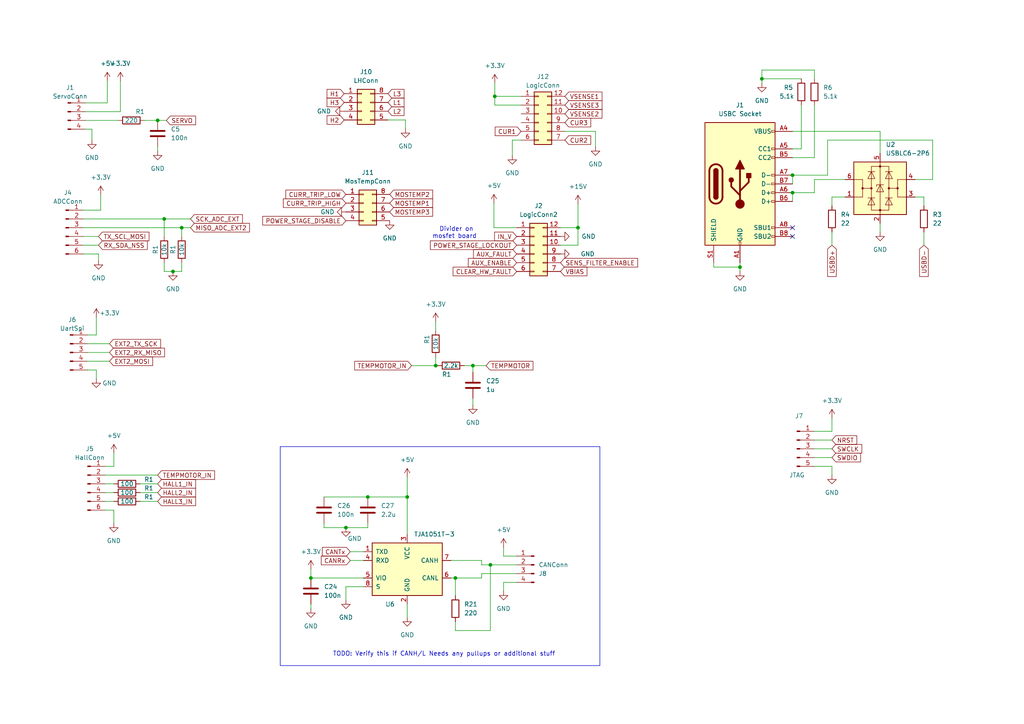
<source format=kicad_sch>
(kicad_sch (version 20230121) (generator eeschema)
  (paper "A4")
  (lib_symbols
    (symbol "Connector:Conn_01x04_Pin" (pin_names (offset 1.016) hide)
      (property "Reference" "J" (at 0 5.08 0))
      (property "Value" "Conn_01x04_Pin" (at 0 -7.62 0))
      (symbol "Conn_01x04_Pin_1_1"
        (polyline (pts (xy 1.27 -5.08) (xy 0.8636 -5.08)) (stroke (width 0.1524)))
        (polyline (pts (xy 1.27 -2.54) (xy 0.8636 -2.54)) (stroke (width 0.1524)))
        (polyline (pts (xy 1.27 0) (xy 0.8636 0)) (stroke (width 0.1524)))
        (polyline (pts (xy 1.27 2.54) (xy 0.8636 2.54)) (stroke (width 0.1524)))
        (rectangle (start 0.8636 -4.953) (end 0 -5.207) (stroke (width 0.1524)) (fill (type outline)))
        (rectangle (start 0.8636 -2.413) (end 0 -2.667) (stroke (width 0.1524)) (fill (type outline)))
        (rectangle (start 0.8636 0.127) (end 0 -0.127) (stroke (width 0.1524)) (fill (type outline)))
        (rectangle (start 0.8636 2.667) (end 0 2.413) (stroke (width 0.1524)) (fill (type outline)))
        (pin passive line (at 5.08 2.54 180) (length 3.81) (name "Pin_1") (number "1"))
        (pin passive line (at 5.08 0 180) (length 3.81) (name "Pin_2") (number "2"))
        (pin passive line (at 5.08 -2.54 180) (length 3.81) (name "Pin_3") (number "3"))
        (pin passive line (at 5.08 -5.08 180) (length 3.81) (name "Pin_4") (number "4"))
      )
    )
    (symbol "Connector:Conn_01x05_Pin" (pin_names (offset 1.016) hide)
      (property "Reference" "J" (at 0 7.62 0))
      (property "Value" "Conn_01x05_Pin" (at 0 -7.62 0))
      (symbol "Conn_01x05_Pin_1_1"
        (polyline (pts (xy 1.27 -5.08) (xy 0.8636 -5.08)) (stroke (width 0.1524)))
        (polyline (pts (xy 1.27 -2.54) (xy 0.8636 -2.54)) (stroke (width 0.1524)))
        (polyline (pts (xy 1.27 0) (xy 0.8636 0)) (stroke (width 0.1524)))
        (polyline (pts (xy 1.27 2.54) (xy 0.8636 2.54)) (stroke (width 0.1524)))
        (polyline (pts (xy 1.27 5.08) (xy 0.8636 5.08)) (stroke (width 0.1524)))
        (rectangle (start 0.8636 -4.953) (end 0 -5.207) (stroke (width 0.1524)) (fill (type outline)))
        (rectangle (start 0.8636 -2.413) (end 0 -2.667) (stroke (width 0.1524)) (fill (type outline)))
        (rectangle (start 0.8636 0.127) (end 0 -0.127) (stroke (width 0.1524)) (fill (type outline)))
        (rectangle (start 0.8636 2.667) (end 0 2.413) (stroke (width 0.1524)) (fill (type outline)))
        (rectangle (start 0.8636 5.207) (end 0 4.953) (stroke (width 0.1524)) (fill (type outline)))
        (pin passive line (at 5.08 5.08 180) (length 3.81) (name "Pin_1") (number "1"))
        (pin passive line (at 5.08 2.54 180) (length 3.81) (name "Pin_2") (number "2"))
        (pin passive line (at 5.08 0 180) (length 3.81) (name "Pin_3") (number "3"))
        (pin passive line (at 5.08 -2.54 180) (length 3.81) (name "Pin_4") (number "4"))
        (pin passive line (at 5.08 -5.08 180) (length 3.81) (name "Pin_5") (number "5"))
      )
    )
    (symbol "Connector:Conn_01x06_Pin" (pin_names (offset 1.016) hide)
      (property "Reference" "J" (at 0 7.62 0))
      (property "Value" "Conn_01x06_Pin" (at 0 -10.16 0))
      (symbol "Conn_01x06_Pin_1_1"
        (polyline (pts (xy 1.27 -7.62) (xy 0.8636 -7.62)) (stroke (width 0.1524)))
        (polyline (pts (xy 1.27 -5.08) (xy 0.8636 -5.08)) (stroke (width 0.1524)))
        (polyline (pts (xy 1.27 -2.54) (xy 0.8636 -2.54)) (stroke (width 0.1524)))
        (polyline (pts (xy 1.27 0) (xy 0.8636 0)) (stroke (width 0.1524)))
        (polyline (pts (xy 1.27 2.54) (xy 0.8636 2.54)) (stroke (width 0.1524)))
        (polyline (pts (xy 1.27 5.08) (xy 0.8636 5.08)) (stroke (width 0.1524)))
        (rectangle (start 0.8636 -7.493) (end 0 -7.747) (stroke (width 0.1524)) (fill (type outline)))
        (rectangle (start 0.8636 -4.953) (end 0 -5.207) (stroke (width 0.1524)) (fill (type outline)))
        (rectangle (start 0.8636 -2.413) (end 0 -2.667) (stroke (width 0.1524)) (fill (type outline)))
        (rectangle (start 0.8636 0.127) (end 0 -0.127) (stroke (width 0.1524)) (fill (type outline)))
        (rectangle (start 0.8636 2.667) (end 0 2.413) (stroke (width 0.1524)) (fill (type outline)))
        (rectangle (start 0.8636 5.207) (end 0 4.953) (stroke (width 0.1524)) (fill (type outline)))
        (pin passive line (at 5.08 5.08 180) (length 3.81) (name "Pin_1") (number "1"))
        (pin passive line (at 5.08 2.54 180) (length 3.81) (name "Pin_2") (number "2"))
        (pin passive line (at 5.08 0 180) (length 3.81) (name "Pin_3") (number "3"))
        (pin passive line (at 5.08 -2.54 180) (length 3.81) (name "Pin_4") (number "4"))
        (pin passive line (at 5.08 -5.08 180) (length 3.81) (name "Pin_5") (number "5"))
        (pin passive line (at 5.08 -7.62 180) (length 3.81) (name "Pin_6") (number "6"))
      )
    )
    (symbol "Connector:USB_C_Receptacle_USB2.0" (pin_names (offset 1.016))
      (property "Reference" "J" (at -10.16 19.05 0))
      (property "Value" "USB_C_Receptacle_USB2.0" (at 19.05 19.05 0))
      (symbol "USB_C_Receptacle_USB2.0_0_0"
        (rectangle (start -0.254 -17.78) (end 0.254 -16.764))
        (rectangle (start 10.16 -14.986) (end 9.144 -15.494))
        (rectangle (start 10.16 -12.446) (end 9.144 -12.954))
        (rectangle (start 10.16 -4.826) (end 9.144 -5.334))
        (rectangle (start 10.16 -2.286) (end 9.144 -2.794))
        (rectangle (start 10.16 0.254) (end 9.144 -0.254))
        (rectangle (start 10.16 2.794) (end 9.144 2.286))
        (rectangle (start 10.16 7.874) (end 9.144 7.366))
        (rectangle (start 10.16 10.414) (end 9.144 9.906))
        (rectangle (start 10.16 15.494) (end 9.144 14.986))
      )
      (symbol "USB_C_Receptacle_USB2.0_0_1"
        (rectangle (start -10.16 17.78) (end 10.16 -17.78) (stroke (width 0.254)) (fill (type background)))
        (arc (start -8.89 -3.81) (mid -6.985 -5.7067) (end -5.08 -3.81) (stroke (width 0.508)))
        (arc (start -7.62 -3.81) (mid -6.985 -4.4423) (end -6.35 -3.81) (stroke (width 0.254)))
        (arc (start -7.62 -3.81) (mid -6.985 -4.4423) (end -6.35 -3.81) (stroke (width 0.254)) (fill (type outline)))
        (rectangle (start -7.62 -3.81) (end -6.35 3.81) (stroke (width 0.254)) (fill (type outline)))
        (arc (start -6.35 3.81) (mid -6.985 4.4423) (end -7.62 3.81) (stroke (width 0.254)))
        (arc (start -6.35 3.81) (mid -6.985 4.4423) (end -7.62 3.81) (stroke (width 0.254)) (fill (type outline)))
        (arc (start -5.08 3.81) (mid -6.985 5.7067) (end -8.89 3.81) (stroke (width 0.508)))
        (circle (center -2.54 1.143) (radius 0.635) (stroke (width 0.254)) (fill (type outline)))
        (circle (center 0 -5.842) (radius 1.27) (fill (type outline)))
        (polyline (pts (xy -8.89 -3.81) (xy -8.89 3.81)) (stroke (width 0.508)))
        (polyline (pts (xy -5.08 3.81) (xy -5.08 -3.81)) (stroke (width 0.508)))
        (polyline (pts (xy 0 -5.842) (xy 0 4.318)) (stroke (width 0.508)))
        (polyline (pts (xy 0 -3.302) (xy -2.54 -0.762) (xy -2.54 0.508)) (stroke (width 0.508)))
        (polyline (pts (xy 0 -2.032) (xy 2.54 0.508) (xy 2.54 1.778)) (stroke (width 0.508)))
        (polyline (pts (xy -1.27 4.318) (xy 0 6.858) (xy 1.27 4.318) (xy -1.27 4.318)) (stroke (width 0.254)) (fill (type outline)))
        (rectangle (start 1.905 1.778) (end 3.175 3.048) (stroke (width 0.254)) (fill (type outline)))
      )
      (symbol "USB_C_Receptacle_USB2.0_1_1"
        (pin passive line (at 0 -22.86 90) (length 5.08) (name "GND") (number "A1"))
        (pin passive line (at 0 -22.86 90) (length 5.08) hide (name "GND") (number "A12"))
        (pin passive line (at 15.24 15.24 180) (length 5.08) (name "VBUS") (number "A4"))
        (pin bidirectional line (at 15.24 10.16 180) (length 5.08) (name "CC1") (number "A5"))
        (pin bidirectional line (at 15.24 -2.54 180) (length 5.08) (name "D+") (number "A6"))
        (pin bidirectional line (at 15.24 2.54 180) (length 5.08) (name "D-") (number "A7"))
        (pin bidirectional line (at 15.24 -12.7 180) (length 5.08) (name "SBU1") (number "A8"))
        (pin passive line (at 15.24 15.24 180) (length 5.08) hide (name "VBUS") (number "A9"))
        (pin passive line (at 0 -22.86 90) (length 5.08) hide (name "GND") (number "B1"))
        (pin passive line (at 0 -22.86 90) (length 5.08) hide (name "GND") (number "B12"))
        (pin passive line (at 15.24 15.24 180) (length 5.08) hide (name "VBUS") (number "B4"))
        (pin bidirectional line (at 15.24 7.62 180) (length 5.08) (name "CC2") (number "B5"))
        (pin bidirectional line (at 15.24 -5.08 180) (length 5.08) (name "D+") (number "B6"))
        (pin bidirectional line (at 15.24 0 180) (length 5.08) (name "D-") (number "B7"))
        (pin bidirectional line (at 15.24 -15.24 180) (length 5.08) (name "SBU2") (number "B8"))
        (pin passive line (at 15.24 15.24 180) (length 5.08) hide (name "VBUS") (number "B9"))
        (pin passive line (at -7.62 -22.86 90) (length 5.08) (name "SHIELD") (number "S1"))
      )
    )
    (symbol "Connector_Generic:Conn_02x04_Counter_Clockwise" (pin_names (offset 1.016) hide)
      (property "Reference" "J" (at 1.27 5.08 0))
      (property "Value" "Conn_02x04_Counter_Clockwise" (at 1.27 -7.62 0))
      (symbol "Conn_02x04_Counter_Clockwise_1_1"
        (rectangle (start -1.27 -4.953) (end 0 -5.207) (stroke (width 0.1524)))
        (rectangle (start -1.27 -2.413) (end 0 -2.667) (stroke (width 0.1524)))
        (rectangle (start -1.27 0.127) (end 0 -0.127) (stroke (width 0.1524)))
        (rectangle (start -1.27 2.667) (end 0 2.413) (stroke (width 0.1524)))
        (rectangle (start -1.27 3.81) (end 3.81 -6.35) (stroke (width 0.254)) (fill (type background)))
        (rectangle (start 3.81 -4.953) (end 2.54 -5.207) (stroke (width 0.1524)))
        (rectangle (start 3.81 -2.413) (end 2.54 -2.667) (stroke (width 0.1524)))
        (rectangle (start 3.81 0.127) (end 2.54 -0.127) (stroke (width 0.1524)))
        (rectangle (start 3.81 2.667) (end 2.54 2.413) (stroke (width 0.1524)))
        (pin passive line (at -5.08 2.54 0) (length 3.81) (name "Pin_1") (number "1"))
        (pin passive line (at -5.08 0 0) (length 3.81) (name "Pin_2") (number "2"))
        (pin passive line (at -5.08 -2.54 0) (length 3.81) (name "Pin_3") (number "3"))
        (pin passive line (at -5.08 -5.08 0) (length 3.81) (name "Pin_4") (number "4"))
        (pin passive line (at 7.62 -5.08 180) (length 3.81) (name "Pin_5") (number "5"))
        (pin passive line (at 7.62 -2.54 180) (length 3.81) (name "Pin_6") (number "6"))
        (pin passive line (at 7.62 0 180) (length 3.81) (name "Pin_7") (number "7"))
        (pin passive line (at 7.62 2.54 180) (length 3.81) (name "Pin_8") (number "8"))
      )
    )
    (symbol "Connector_Generic:Conn_02x06_Counter_Clockwise" (pin_names (offset 1.016) hide)
      (property "Reference" "J" (at 1.27 7.62 0))
      (property "Value" "Conn_02x06_Counter_Clockwise" (at 1.27 -10.16 0))
      (symbol "Conn_02x06_Counter_Clockwise_1_1"
        (rectangle (start -1.27 -7.493) (end 0 -7.747) (stroke (width 0.1524)))
        (rectangle (start -1.27 -4.953) (end 0 -5.207) (stroke (width 0.1524)))
        (rectangle (start -1.27 -2.413) (end 0 -2.667) (stroke (width 0.1524)))
        (rectangle (start -1.27 0.127) (end 0 -0.127) (stroke (width 0.1524)))
        (rectangle (start -1.27 2.667) (end 0 2.413) (stroke (width 0.1524)))
        (rectangle (start -1.27 5.207) (end 0 4.953) (stroke (width 0.1524)))
        (rectangle (start -1.27 6.35) (end 3.81 -8.89) (stroke (width 0.254)) (fill (type background)))
        (rectangle (start 3.81 -7.493) (end 2.54 -7.747) (stroke (width 0.1524)))
        (rectangle (start 3.81 -4.953) (end 2.54 -5.207) (stroke (width 0.1524)))
        (rectangle (start 3.81 -2.413) (end 2.54 -2.667) (stroke (width 0.1524)))
        (rectangle (start 3.81 0.127) (end 2.54 -0.127) (stroke (width 0.1524)))
        (rectangle (start 3.81 2.667) (end 2.54 2.413) (stroke (width 0.1524)))
        (rectangle (start 3.81 5.207) (end 2.54 4.953) (stroke (width 0.1524)))
        (pin passive line (at -5.08 5.08 0) (length 3.81) (name "Pin_1") (number "1"))
        (pin passive line (at 7.62 0 180) (length 3.81) (name "Pin_10") (number "10"))
        (pin passive line (at 7.62 2.54 180) (length 3.81) (name "Pin_11") (number "11"))
        (pin passive line (at 7.62 5.08 180) (length 3.81) (name "Pin_12") (number "12"))
        (pin passive line (at -5.08 2.54 0) (length 3.81) (name "Pin_2") (number "2"))
        (pin passive line (at -5.08 0 0) (length 3.81) (name "Pin_3") (number "3"))
        (pin passive line (at -5.08 -2.54 0) (length 3.81) (name "Pin_4") (number "4"))
        (pin passive line (at -5.08 -5.08 0) (length 3.81) (name "Pin_5") (number "5"))
        (pin passive line (at -5.08 -7.62 0) (length 3.81) (name "Pin_6") (number "6"))
        (pin passive line (at 7.62 -7.62 180) (length 3.81) (name "Pin_7") (number "7"))
        (pin passive line (at 7.62 -5.08 180) (length 3.81) (name "Pin_8") (number "8"))
        (pin passive line (at 7.62 -2.54 180) (length 3.81) (name "Pin_9") (number "9"))
      )
    )
    (symbol "Device:C" (pin_numbers hide) (pin_names (offset 0.254))
      (property "Reference" "C" (at 0.635 2.54 0))
      (property "Value" "C" (at 0.635 -2.54 0))
      (symbol "C_0_1"
        (polyline (pts (xy -2.032 -0.762) (xy 2.032 -0.762)) (stroke (width 0.508)))
        (polyline (pts (xy -2.032 0.762) (xy 2.032 0.762)) (stroke (width 0.508)))
      )
      (symbol "C_1_1"
        (pin passive line (at 0 3.81 270) (length 2.794) (name "~") (number "1"))
        (pin passive line (at 0 -3.81 90) (length 2.794) (name "~") (number "2"))
      )
    )
    (symbol "Device:R" (pin_numbers hide) (pin_names (offset 0))
      (property "Reference" "R" (at 2.032 0 90))
      (property "Value" "R" (at 0 0 90))
      (symbol "R_0_1"
        (rectangle (start -1.016 -2.54) (end 1.016 2.54) (stroke (width 0.254)))
      )
      (symbol "R_1_1"
        (pin passive line (at 0 3.81 270) (length 1.27) (name "~") (number "1"))
        (pin passive line (at 0 -3.81 90) (length 1.27) (name "~") (number "2"))
      )
    )
    (symbol "Interface_CAN_LIN:TJA1051T-3" (pin_names (offset 1.016))
      (property "Reference" "U" (at -10.16 8.89 0))
      (property "Value" "TJA1051T-3" (at 1.27 8.89 0))
      (symbol "TJA1051T-3_0_1"
        (rectangle (start -10.16 7.62) (end 10.16 -7.62) (stroke (width 0.254)) (fill (type background)))
      )
      (symbol "TJA1051T-3_1_1"
        (pin input line (at -12.7 5.08 0) (length 2.54) (name "TXD") (number "1"))
        (pin power_in line (at 0 -10.16 90) (length 2.54) (name "GND") (number "2"))
        (pin power_in line (at 0 10.16 270) (length 2.54) (name "VCC") (number "3"))
        (pin output line (at -12.7 2.54 0) (length 2.54) (name "RXD") (number "4"))
        (pin power_in line (at -12.7 -2.54 0) (length 2.54) (name "VIO") (number "5"))
        (pin bidirectional line (at 12.7 -2.54 180) (length 2.54) (name "CANL") (number "6"))
        (pin bidirectional line (at 12.7 2.54 180) (length 2.54) (name "CANH") (number "7"))
        (pin input line (at -12.7 -5.08 0) (length 2.54) (name "S") (number "8"))
      )
    )
    (symbol "Power_Protection:USBLC6-2P6" (pin_names hide)
      (property "Reference" "U" (at 2.54 8.89 0))
      (property "Value" "USBLC6-2P6" (at 2.54 -8.89 0))
      (symbol "USBLC6-2P6_0_1"
        (rectangle (start -7.62 -7.62) (end 7.62 7.62) (stroke (width 0.254)) (fill (type background)))
        (circle (center -5.08 0) (radius 0.254) (fill (type outline)))
        (circle (center -2.54 0) (radius 0.254) (fill (type outline)))
        (rectangle (start -2.54 6.35) (end 2.54 -6.35))
        (circle (center 0 -6.35) (radius 0.254) (fill (type outline)))
        (polyline (pts (xy -5.08 -2.54) (xy -7.62 -2.54)))
        (polyline (pts (xy -5.08 0) (xy -5.08 -2.54)))
        (polyline (pts (xy -5.08 2.54) (xy -7.62 2.54)))
        (polyline (pts (xy -1.524 -2.794) (xy -3.556 -2.794)))
        (polyline (pts (xy -1.524 4.826) (xy -3.556 4.826)))
        (polyline (pts (xy 0 -7.62) (xy 0 -6.35)))
        (polyline (pts (xy 0 -6.35) (xy 0 1.27)))
        (polyline (pts (xy 0 1.27) (xy 0 6.35)))
        (polyline (pts (xy 0 6.35) (xy 0 7.62)))
        (polyline (pts (xy 1.524 -2.794) (xy 3.556 -2.794)))
        (polyline (pts (xy 1.524 4.826) (xy 3.556 4.826)))
        (polyline (pts (xy 5.08 -2.54) (xy 7.62 -2.54)))
        (polyline (pts (xy 5.08 0) (xy 5.08 -2.54)))
        (polyline (pts (xy 5.08 2.54) (xy 7.62 2.54)))
        (polyline (pts (xy -2.54 0) (xy -5.08 0) (xy -5.08 2.54)))
        (polyline (pts (xy 2.54 0) (xy 5.08 0) (xy 5.08 2.54)))
        (polyline (pts (xy -3.556 -4.826) (xy -1.524 -4.826) (xy -2.54 -2.794) (xy -3.556 -4.826)))
        (polyline (pts (xy -3.556 2.794) (xy -1.524 2.794) (xy -2.54 4.826) (xy -3.556 2.794)))
        (polyline (pts (xy -1.016 -1.016) (xy 1.016 -1.016) (xy 0 1.016) (xy -1.016 -1.016)))
        (polyline (pts (xy 1.016 1.016) (xy 0.762 1.016) (xy -1.016 1.016) (xy -1.016 0.508)))
        (polyline (pts (xy 3.556 -4.826) (xy 1.524 -4.826) (xy 2.54 -2.794) (xy 3.556 -4.826)))
        (polyline (pts (xy 3.556 2.794) (xy 1.524 2.794) (xy 2.54 4.826) (xy 3.556 2.794)))
        (circle (center 0 6.35) (radius 0.254) (fill (type outline)))
        (circle (center 2.54 0) (radius 0.254) (fill (type outline)))
        (circle (center 5.08 0) (radius 0.254) (fill (type outline)))
      )
      (symbol "USBLC6-2P6_1_1"
        (pin passive line (at -10.16 -2.54 0) (length 2.54) (name "I/O1") (number "1"))
        (pin passive line (at 0 -10.16 90) (length 2.54) (name "GND") (number "2"))
        (pin passive line (at 10.16 -2.54 180) (length 2.54) (name "I/O2") (number "3"))
        (pin passive line (at 10.16 2.54 180) (length 2.54) (name "I/O2") (number "4"))
        (pin passive line (at 0 10.16 270) (length 2.54) (name "VBUS") (number "5"))
        (pin passive line (at -10.16 2.54 0) (length 2.54) (name "I/O1") (number "6"))
      )
    )
    (symbol "power:+15V" (power) (pin_names (offset 0))
      (property "Value" "+15V" (at 0 3.556 0))
      (symbol "+15V_0_1"
        (polyline (pts (xy -0.762 1.27) (xy 0 2.54)))
        (polyline (pts (xy 0 0) (xy 0 2.54)))
        (polyline (pts (xy 0 2.54) (xy 0.762 1.27)))
      )
      (symbol "+15V_1_1"
        (pin power_in line (at 0 0 90) (length 0) hide (name "+15V") (number "1"))
      )
    )
    (symbol "power:+3.3V" (power) (pin_names (offset 0))
      (property "Value" "+3.3V" (at 0 3.556 0))
      (symbol "+3.3V_0_1"
        (polyline (pts (xy -0.762 1.27) (xy 0 2.54)))
        (polyline (pts (xy 0 0) (xy 0 2.54)))
        (polyline (pts (xy 0 2.54) (xy 0.762 1.27)))
      )
      (symbol "+3.3V_1_1"
        (pin power_in line (at 0 0 90) (length 0) hide (name "+3.3V") (number "1"))
      )
    )
    (symbol "power:+5V" (power) (pin_names (offset 0))
      (property "Value" "+5V" (at 0 3.556 0))
      (symbol "+5V_0_1"
        (polyline (pts (xy -0.762 1.27) (xy 0 2.54)))
        (polyline (pts (xy 0 0) (xy 0 2.54)))
        (polyline (pts (xy 0 2.54) (xy 0.762 1.27)))
      )
      (symbol "+5V_1_1"
        (pin power_in line (at 0 0 90) (length 0) hide (name "+5V") (number "1"))
      )
    )
    (symbol "power:GND" (power) (pin_names (offset 0))
      (property "Value" "GND" (at 0 -3.81 0))
      (symbol "GND_0_1"
        (polyline (pts (xy 0 0) (xy 0 -1.27) (xy 1.27 -1.27) (xy 0 -2.54) (xy -1.27 -1.27) (xy 0 -1.27)))
      )
      (symbol "GND_1_1"
        (pin power_in line (at 0 0 270) (length 0) hide (name "GND") (number "1"))
      )
    )
  )
  (junction (at 90.17 167.64))
  (junction (at 143.51 27.94))
  (junction (at 229.87 50.8))
  (junction (at 100.33 153.035))
  (junction (at 137.16 106.045))
  (junction (at 118.11 144.145))
  (junction (at 126.365 106.045))
  (junction (at 132.08 167.64))
  (junction (at 106.68 144.145))
  (junction (at 167.64 66.04))
  (junction (at 50.165 78.74))
  (junction (at 142.24 163.83))
  (junction (at 214.63 77.47))
  (junction (at 220.98 22.86))
  (junction (at 45.72 34.925))
  (junction (at 52.705 66.04))
  (junction (at 47.625 63.5))
  (junction (at 229.87 55.88))
  (no_connect (at 229.87 68.58))
  (no_connect (at 229.87 66.04))
  (wire (pts (xy 45.72 34.925) (xy 48.26 34.925)))
  (wire (pts (xy 33.02 147.955) (xy 30.48 147.955)))
  (wire (pts (xy 214.63 77.47) (xy 214.63 78.74)))
  (wire (pts (xy 236.22 52.07) (xy 236.22 55.88)))
  (wire (pts (xy 90.17 165.1) (xy 90.17 167.64)))
  (wire (pts (xy 27.94 97.155) (xy 27.94 92.075)))
  (wire (pts (xy 117.602 37.338) (xy 117.602 34.798)))
  (wire (pts (xy 132.08 167.64) (xy 139.7 167.64)))
  (wire (pts (xy 47.625 78.74) (xy 50.165 78.74)))
  (wire (pts (xy 25.4 104.775) (xy 31.75 104.775)))
  (wire (pts (xy 270.51 52.07) (xy 270.51 40.64)))
  (wire (pts (xy 40.64 142.875) (xy 45.72 142.875)))
  (wire (pts (xy 172.72 42.545) (xy 172.72 38.1)))
  (wire (pts (xy 139.7 166.37) (xy 149.86 166.37)))
  (wire (pts (xy 240.03 40.64) (xy 240.03 50.8)))
  (wire (pts (xy 236.22 130.175) (xy 241.3 130.175)))
  (wire (pts (xy 142.24 182.88) (xy 142.24 163.83)))
  (wire (pts (xy 126.365 106.045) (xy 127 106.045)))
  (wire (pts (xy 162.56 66.04) (xy 167.64 66.04)))
  (wire (pts (xy 143.51 30.48) (xy 143.51 27.94)))
  (wire (pts (xy 132.08 182.88) (xy 142.24 182.88)))
  (wire (pts (xy 40.64 140.335) (xy 45.72 140.335)))
  (wire (pts (xy 236.22 20.32) (xy 220.98 20.32)))
  (wire (pts (xy 118.11 175.26) (xy 118.11 179.07)))
  (wire (pts (xy 25.4 99.695) (xy 31.75 99.695)))
  (wire (pts (xy 236.22 127.635) (xy 241.3 127.635)))
  (wire (pts (xy 255.27 38.1) (xy 229.87 38.1)))
  (wire (pts (xy 143.256 58.928) (xy 143.256 66.04)))
  (wire (pts (xy 52.705 66.04) (xy 52.705 68.58)))
  (wire (pts (xy 236.22 132.715) (xy 241.3 132.715)))
  (wire (pts (xy 28.575 75.565) (xy 28.575 73.66)))
  (wire (pts (xy 112.522 34.798) (xy 117.602 34.798)))
  (wire (pts (xy 241.3 57.15) (xy 241.3 59.69)))
  (wire (pts (xy 93.98 144.145) (xy 106.68 144.145)))
  (wire (pts (xy 236.22 22.86) (xy 236.22 20.32)))
  (wire (pts (xy 229.87 45.72) (xy 236.22 45.72)))
  (wire (pts (xy 130.81 167.64) (xy 132.08 167.64)))
  (wire (pts (xy 163.83 38.1) (xy 172.72 38.1)))
  (wire (pts (xy 143.51 30.48) (xy 151.13 30.48)))
  (wire (pts (xy 148.59 40.64) (xy 151.13 40.64)))
  (wire (pts (xy 33.02 135.255) (xy 33.02 131.445)))
  (wire (pts (xy 40.64 145.415) (xy 45.72 145.415)))
  (wire (pts (xy 24.765 32.385) (xy 34.925 32.385)))
  (wire (pts (xy 265.43 52.07) (xy 270.51 52.07)))
  (wire (pts (xy 30.48 140.335) (xy 33.02 140.335)))
  (wire (pts (xy 26.67 40.64) (xy 26.67 37.465)))
  (wire (pts (xy 229.87 43.18) (xy 232.41 43.18)))
  (wire (pts (xy 24.13 68.58) (xy 28.575 68.58)))
  (wire (pts (xy 47.625 63.5) (xy 47.625 68.58)))
  (wire (pts (xy 139.7 163.83) (xy 142.24 163.83)))
  (wire (pts (xy 132.08 167.64) (xy 132.08 172.72)))
  (wire (pts (xy 30.48 137.795) (xy 45.72 137.795)))
  (wire (pts (xy 30.48 145.415) (xy 33.02 145.415)))
  (wire (pts (xy 162.56 71.12) (xy 167.64 71.12)))
  (wire (pts (xy 47.625 63.5) (xy 55.245 63.5)))
  (wire (pts (xy 93.98 153.035) (xy 100.33 153.035)))
  (wire (pts (xy 220.98 20.32) (xy 220.98 22.86)))
  (wire (pts (xy 137.16 115.57) (xy 137.16 117.475)))
  (wire (pts (xy 24.13 71.12) (xy 28.575 71.12)))
  (wire (pts (xy 267.97 67.31) (xy 267.97 71.12)))
  (wire (pts (xy 118.11 138.43) (xy 118.11 144.145)))
  (wire (pts (xy 29.21 56.515) (xy 29.21 60.96)))
  (wire (pts (xy 24.13 63.5) (xy 47.625 63.5)))
  (wire (pts (xy 241.3 125.095) (xy 241.3 121.285)))
  (wire (pts (xy 31.115 29.845) (xy 31.115 23.495)))
  (wire (pts (xy 241.3 67.31) (xy 241.3 71.12)))
  (wire (pts (xy 27.94 107.315) (xy 25.4 107.315)))
  (wire (pts (xy 229.87 55.88) (xy 229.87 58.42)))
  (wire (pts (xy 126.365 103.505) (xy 126.365 106.045)))
  (wire (pts (xy 236.22 45.72) (xy 236.22 30.48)))
  (wire (pts (xy 25.4 102.235) (xy 31.75 102.235)))
  (wire (pts (xy 236.22 125.095) (xy 241.3 125.095)))
  (wire (pts (xy 30.48 135.255) (xy 33.02 135.255)))
  (wire (pts (xy 134.62 106.045) (xy 137.16 106.045)))
  (wire (pts (xy 167.64 66.04) (xy 167.64 59.182)))
  (wire (pts (xy 149.86 161.29) (xy 146.05 161.29)))
  (wire (pts (xy 255.27 44.45) (xy 255.27 38.1)))
  (wire (pts (xy 101.6 162.56) (xy 105.41 162.56)))
  (wire (pts (xy 106.68 153.035) (xy 100.33 153.035)))
  (wire (pts (xy 93.98 151.765) (xy 93.98 153.035)))
  (wire (pts (xy 149.86 168.91) (xy 146.05 168.91)))
  (wire (pts (xy 267.97 57.15) (xy 267.97 59.69)))
  (wire (pts (xy 106.68 151.765) (xy 106.68 153.035)))
  (wire (pts (xy 229.87 50.8) (xy 229.87 53.34)))
  (wire (pts (xy 241.3 137.795) (xy 241.3 135.255)))
  (wire (pts (xy 137.16 106.045) (xy 140.97 106.045)))
  (wire (pts (xy 130.81 162.56) (xy 139.7 162.56)))
  (wire (pts (xy 90.17 175.26) (xy 90.17 176.53)))
  (wire (pts (xy 207.01 77.47) (xy 214.63 77.47)))
  (wire (pts (xy 139.7 162.56) (xy 139.7 163.83)))
  (wire (pts (xy 26.67 37.465) (xy 24.765 37.465)))
  (wire (pts (xy 240.03 50.8) (xy 229.87 50.8)))
  (wire (pts (xy 24.13 60.96) (xy 29.21 60.96)))
  (wire (pts (xy 33.02 151.765) (xy 33.02 147.955)))
  (wire (pts (xy 270.51 40.64) (xy 240.03 40.64)))
  (wire (pts (xy 101.6 160.02) (xy 105.41 160.02)))
  (wire (pts (xy 105.41 170.18) (xy 100.33 170.18)))
  (wire (pts (xy 34.925 23.495) (xy 34.925 32.385)))
  (wire (pts (xy 24.765 29.845) (xy 31.115 29.845)))
  (wire (pts (xy 52.705 76.2) (xy 52.705 78.74)))
  (wire (pts (xy 45.72 42.545) (xy 45.72 43.815)))
  (wire (pts (xy 146.05 161.29) (xy 146.05 158.75)))
  (wire (pts (xy 267.97 57.15) (xy 265.43 57.15)))
  (wire (pts (xy 143.51 27.94) (xy 151.13 27.94)))
  (wire (pts (xy 24.765 34.925) (xy 34.29 34.925)))
  (wire (pts (xy 132.08 180.34) (xy 132.08 182.88)))
  (wire (pts (xy 139.7 167.64) (xy 139.7 166.37)))
  (wire (pts (xy 232.41 22.86) (xy 220.98 22.86)))
  (wire (pts (xy 167.64 66.04) (xy 167.64 71.12)))
  (wire (pts (xy 245.11 52.07) (xy 236.22 52.07)))
  (wire (pts (xy 47.625 76.2) (xy 47.625 78.74)))
  (wire (pts (xy 118.11 144.145) (xy 118.11 154.94)))
  (wire (pts (xy 241.3 135.255) (xy 236.22 135.255)))
  (wire (pts (xy 28.575 73.66) (xy 24.13 73.66)))
  (wire (pts (xy 232.41 43.18) (xy 232.41 30.48)))
  (wire (pts (xy 143.256 66.04) (xy 149.86 66.04)))
  (wire (pts (xy 143.51 24.13) (xy 143.51 27.94)))
  (wire (pts (xy 148.59 45.085) (xy 148.59 40.64)))
  (wire (pts (xy 25.4 97.155) (xy 27.94 97.155)))
  (wire (pts (xy 207.01 76.2) (xy 207.01 77.47)))
  (wire (pts (xy 245.11 57.15) (xy 241.3 57.15)))
  (wire (pts (xy 52.705 78.74) (xy 50.165 78.74)))
  (wire (pts (xy 106.68 144.145) (xy 118.11 144.145)))
  (wire (pts (xy 137.16 106.045) (xy 137.16 107.95)))
  (wire (pts (xy 142.24 163.83) (xy 149.86 163.83)))
  (wire (pts (xy 126.365 93.345) (xy 126.365 95.885)))
  (wire (pts (xy 30.48 142.875) (xy 33.02 142.875)))
  (wire (pts (xy 236.22 55.88) (xy 229.87 55.88)))
  (wire (pts (xy 255.27 64.77) (xy 255.27 67.31)))
  (wire (pts (xy 119.38 106.045) (xy 126.365 106.045)))
  (wire (pts (xy 220.98 22.86) (xy 220.98 24.13)))
  (wire (pts (xy 41.91 34.925) (xy 45.72 34.925)))
  (wire (pts (xy 100.33 170.18) (xy 100.33 173.99)))
  (wire (pts (xy 24.13 66.04) (xy 52.705 66.04)))
  (wire (pts (xy 146.05 168.91) (xy 146.05 171.45)))
  (wire (pts (xy 27.94 109.855) (xy 27.94 107.315)))
  (wire (pts (xy 90.17 167.64) (xy 105.41 167.64)))
  (wire (pts (xy 214.63 76.2) (xy 214.63 77.47)))
  (wire (pts (xy 52.705 66.04) (xy 55.245 66.04)))
  (rectangle (start 81.28 129.54) (end 173.99 193.04))
  (text "TODO: Verify this if CANH/L Needs any pullups or additional stuff" (at 96.52 190.5 0) (effects (font (size 1.27 1.27)) (justify left bottom)))
  (text "Divider on \nmosfet board" (at 138.303 69.342 0) (effects (font (size 1.27 1.27)) (justify right bottom)))
  (global_label "H2" (shape input) (at 99.822 34.798 180) (property "Intersheetrefs" "${INTERSHEET_REFS}" (effects hide)))
  (global_label "L2" (shape input) (at 112.522 32.258 0) (property "Intersheetrefs" "${INTERSHEET_REFS}" (effects hide)))
  (global_label "H3" (shape input) (at 99.822 29.718 180) (property "Intersheetrefs" "${INTERSHEET_REFS}" (effects hide)))
  (global_label "TEMPMOTOR_IN" (shape input) (at 45.72 137.795 0) (property "Intersheetrefs" "${INTERSHEET_REFS}" (effects hide)))
  (global_label "SENS_FILTER_ENABLE" (shape input) (at 162.56 76.2 0) (property "Intersheetrefs" "${INTERSHEET_REFS}" (effects hide)))
  (global_label "MISO_ADC_EXT2" (shape input) (at 55.245 66.04 0) (property "Intersheetrefs" "${INTERSHEET_REFS}" (effects hide)))
  (global_label "EXT2_MOSI" (shape input) (at 31.75 104.775 0) (property "Intersheetrefs" "${INTERSHEET_REFS}" (effects hide)))
  (global_label "CURR_TRIP_HIGH" (shape input) (at 100.33 58.928 180) (property "Intersheetrefs" "${INTERSHEET_REFS}" (effects hide)))
  (global_label "CUR3" (shape input) (at 163.83 35.56 0) (property "Intersheetrefs" "${INTERSHEET_REFS}" (effects hide)))
  (global_label "MOSTEMP2" (shape input) (at 113.03 56.388 0) (property "Intersheetrefs" "${INTERSHEET_REFS}" (effects hide)))
  (global_label "VBIAS" (shape input) (at 162.56 78.74 0) (property "Intersheetrefs" "${INTERSHEET_REFS}" (effects hide)))
  (global_label "TX_SCL_MOSI" (shape input) (at 28.575 68.58 0) (property "Intersheetrefs" "${INTERSHEET_REFS}" (effects hide)))
  (global_label "NRST" (shape input) (at 241.3 127.635 0) (property "Intersheetrefs" "${INTERSHEET_REFS}" (effects hide)))
  (global_label "AUX_FAULT" (shape input) (at 149.86 73.66 180) (property "Intersheetrefs" "${INTERSHEET_REFS}" (effects hide)))
  (global_label "MOSTEMP1" (shape input) (at 113.03 58.928 0) (property "Intersheetrefs" "${INTERSHEET_REFS}" (effects hide)))
  (global_label "EXT2_TX_SCK" (shape input) (at 31.75 99.695 0) (property "Intersheetrefs" "${INTERSHEET_REFS}" (effects hide)))
  (global_label "USBD-" (shape input) (at 267.97 71.12 270) (property "Intersheetrefs" "${INTERSHEET_REFS}" (effects hide)))
  (global_label "SWCLK" (shape input) (at 241.3 130.175 0) (property "Intersheetrefs" "${INTERSHEET_REFS}" (effects hide)))
  (global_label "HALL3_IN" (shape input) (at 45.72 145.415 0) (property "Intersheetrefs" "${INTERSHEET_REFS}" (effects hide)))
  (global_label "RX_SDA_NSS" (shape input) (at 28.575 71.12 0) (property "Intersheetrefs" "${INTERSHEET_REFS}" (effects hide)))
  (global_label "CANTx" (shape input) (at 101.6 160.02 180) (property "Intersheetrefs" "${INTERSHEET_REFS}" (effects hide)))
  (global_label "CANRx" (shape input) (at 101.6 162.56 180) (property "Intersheetrefs" "${INTERSHEET_REFS}" (effects hide)))
  (global_label "CLEAR_HW_FAULT" (shape input) (at 149.86 78.74 180) (property "Intersheetrefs" "${INTERSHEET_REFS}" (effects hide)))
  (global_label "SCK_ADC_EXT" (shape input) (at 55.245 63.5 0) (property "Intersheetrefs" "${INTERSHEET_REFS}" (effects hide)))
  (global_label "IN_V" (shape input) (at 149.86 68.58 180) (property "Intersheetrefs" "${INTERSHEET_REFS}" (effects hide)))
  (global_label "CUR2" (shape input) (at 163.83 40.64 0) (property "Intersheetrefs" "${INTERSHEET_REFS}" (effects hide)))
  (global_label "MOSTEMP3" (shape input) (at 113.03 61.468 0) (property "Intersheetrefs" "${INTERSHEET_REFS}" (effects hide)))
  (global_label "HALL2_IN" (shape input) (at 45.72 142.875 0) (property "Intersheetrefs" "${INTERSHEET_REFS}" (effects hide)))
  (global_label "VSENSE1" (shape input) (at 163.83 27.94 0) (property "Intersheetrefs" "${INTERSHEET_REFS}" (effects hide)))
  (global_label "VSENSE2" (shape input) (at 163.83 33.02 0) (property "Intersheetrefs" "${INTERSHEET_REFS}" (effects hide)))
  (global_label "HALL1_IN" (shape input) (at 45.72 140.335 0) (property "Intersheetrefs" "${INTERSHEET_REFS}" (effects hide)))
  (global_label "POWER_STAGE_LOCKOUT" (shape input) (at 149.86 71.12 180) (property "Intersheetrefs" "${INTERSHEET_REFS}" (effects hide)))
  (global_label "L1" (shape input) (at 112.522 29.718 0) (property "Intersheetrefs" "${INTERSHEET_REFS}" (effects hide)))
  (global_label "SWDIO" (shape input) (at 241.3 132.715 0) (property "Intersheetrefs" "${INTERSHEET_REFS}" (effects hide)))
  (global_label "USBD+" (shape input) (at 241.3 71.12 270) (property "Intersheetrefs" "${INTERSHEET_REFS}" (effects hide)))
  (global_label "SERVO" (shape input) (at 48.26 34.925 0) (property "Intersheetrefs" "${INTERSHEET_REFS}" (effects hide)))
  (global_label "H1" (shape input) (at 99.822 27.178 180) (property "Intersheetrefs" "${INTERSHEET_REFS}" (effects hide)))
  (global_label "TEMPMOTOR_IN" (shape input) (at 119.38 106.045 180) (property "Intersheetrefs" "${INTERSHEET_REFS}" (effects hide)))
  (global_label "EXT2_RX_MISO" (shape input) (at 31.75 102.235 0) (property "Intersheetrefs" "${INTERSHEET_REFS}" (effects hide)))
  (global_label "VSENSE3" (shape input) (at 163.83 30.48 0) (property "Intersheetrefs" "${INTERSHEET_REFS}" (effects hide)))
  (global_label "POWER_STAGE_DISABLE" (shape input) (at 100.33 64.008 180) (property "Intersheetrefs" "${INTERSHEET_REFS}" (effects hide)))
  (global_label "CURR_TRIP_LOW" (shape input) (at 100.33 56.388 180) (property "Intersheetrefs" "${INTERSHEET_REFS}" (effects hide)))
  (global_label "TEMPMOTOR" (shape input) (at 140.97 106.045 0) (property "Intersheetrefs" "${INTERSHEET_REFS}" (effects hide)))
  (global_label "AUX_ENABLE" (shape input) (at 149.86 76.2 180) (property "Intersheetrefs" "${INTERSHEET_REFS}" (effects hide)))
  (global_label "CUR1" (shape input) (at 151.13 38.1 180) (property "Intersheetrefs" "${INTERSHEET_REFS}" (effects hide)))
  (global_label "L3" (shape input) (at 112.522 27.178 0) (property "Intersheetrefs" "${INTERSHEET_REFS}" (effects hide)))
  (symbol (lib_id "power:+5V") (at 118.11 138.43 0) (unit 1)
    (property "Reference" "#PWR053" (effects hide))
    (property "Value" "+5V" (at 118.11 133.35 0))
  )
  (symbol (lib_id "power:GND") (at 100.33 173.99 0) (unit 1)
    (property "Reference" "#PWR010" (effects hide))
    (property "Value" "GND" (at 100.33 179.07 0))
    (instances (project "GigaVesc" (path "" (reference "#PWR010") (unit 1)) (path "" (reference "#PWR052") (unit 1))))
  )
  (symbol (lib_id "power:+3.3V") (at 90.17 165.1 0) (unit 1)
    (property "Reference" "#PWR06" (effects hide))
    (property "Value" "+3.3V" (at 90.17 160.02 0))
    (instances (project "GigaVesc" (path "" (reference "#PWR06") (unit 1)) (path "" (reference "#PWR047") (unit 1))))
  )
  (symbol (lib_id "Device:R") (at 52.705 72.39 180) (unit 1)
    (property "Reference" "R1" (at 50.165 72.39 90))
    (property "Value" "10k" (at 52.705 72.39 90))
    (property "Footprint" "Resistor_SMD:R_0805_2012Metric" (effects hide))
    (instances (project "GigaVesc" (path "" (reference "R1") (unit 1)) (path "" (reference "R15") (unit 1))))
  )
  (symbol (lib_id "power:+5V") (at 143.256 58.928 0) (unit 1)
    (property "Reference" "#PWR038" (effects hide))
    (property "Value" "+5V" (at 143.256 53.848 0))
  )
  (symbol (lib_id "power:GND") (at 45.72 43.815 0) (unit 1)
    (property "Reference" "#PWR08" (effects hide))
    (property "Value" "GND" (at 45.72 48.895 0))
    (instances (project "GigaVesc" (path "" (reference "#PWR08") (unit 1)) (path "" (reference "#PWR045") (unit 1))))
  )
  (symbol (lib_id "Device:C") (at 45.72 38.735 0) (unit 1)
    (property "Reference" "C5" (at 49.53 37.465 0) (effects (justify left)))
    (property "Value" "100n" (at 49.53 40.005 0) (effects (justify left)))
    (property "Footprint" "Capacitor_SMD:C_0805_2012Metric" (effects hide))
    (instances (project "GigaVesc" (path "" (reference "C5") (unit 1)) (path "" (reference "C23") (unit 1))))
  )
  (symbol (lib_id "power:+5V") (at 31.115 23.495 0) (unit 1)
    (property "Reference" "#PWR036" (effects hide))
    (property "Value" "+5V" (at 31.115 18.415 0))
  )
  (symbol (lib_id "Connector:USB_C_Receptacle_USB2.0") (at 214.63 53.34 0) (unit 1)
    (property "Reference" "J1" (at 214.63 30.48 0))
    (property "Value" "USBC Socket" (at 214.63 33.02 0))
    (property "Footprint" "Connector_USB:USB_C_Receptacle_GCT_USB4105-xx-A_16P_TopMnt_Horizontal" (effects hide))
    (property "Datasheet" "https://www.usb.org/sites/default/files/documents/usb_type-c.zip" (effects hide))
    (property "MPN" "C2765186" (effects hide))
    (property "JLCPosOffset" "0,1.27" (effects hide))
    (instances (project "GigaVesc" (path "" (reference "J1") (unit 1)) (path "" (reference "J9") (unit 1))))
  )
  (symbol (lib_id "Device:R") (at 38.1 34.925 90) (unit 1)
    (property "Reference" "R1" (at 40.64 32.385 90))
    (property "Value" "220" (at 38.1 34.925 90))
    (property "Footprint" "Resistor_SMD:R_0805_2012Metric" (effects hide))
    (property "MPN" "C17557" (effects hide))
    (instances (project "GigaVesc" (path "" (reference "R1") (unit 1)) (path "" (reference "R13") (unit 1))))
  )
  (symbol (lib_id "power:GND") (at 118.11 179.07 0) (unit 1)
    (property "Reference" "#PWR010" (effects hide))
    (property "Value" "GND" (at 118.11 184.15 0))
    (instances (project "GigaVesc" (path "" (reference "#PWR010") (unit 1)) (path "" (reference "#PWR054") (unit 1))))
  )
  (symbol (lib_id "Device:R") (at 236.22 26.67 0) (unit 1)
    (property "Reference" "R6" (at 238.76 25.4 0) (effects (justify left)))
    (property "Value" "5.1k" (at 238.76 27.94 0) (effects (justify left)))
    (property "Footprint" "Resistor_SMD:R_0805_2012Metric" (effects hide))
    (instances (project "GigaVesc" (path "" (reference "R6") (unit 1)) (path "" (reference "R23") (unit 1))))
  )
  (symbol (lib_id "power:GND") (at 90.17 176.53 0) (unit 1)
    (property "Reference" "#PWR010" (effects hide))
    (property "Value" "GND" (at 90.17 181.61 0))
    (instances (project "GigaVesc" (path "" (reference "#PWR010") (unit 1)) (path "" (reference "#PWR048") (unit 1))))
  )
  (symbol (lib_id "power:GND") (at 148.59 45.085 0) (unit 1)
    (property "Reference" "#PWR011" (effects hide))
    (property "Value" "GND" (at 148.59 50.165 0))
    (instances (project "GigaVesc" (path "" (reference "#PWR011") (unit 1)) (path "" (reference "#PWR056") (unit 1))))
  )
  (symbol (lib_id "power:GND") (at 162.56 68.58 90) (unit 1)
    (property "Reference" "#PWR011" (effects hide))
    (property "Value" "GND" (at 168.656 68.58 90) (effects (justify right)))
    (instances (project "GigaVesc" (path "" (reference "#PWR011") (unit 1)) (path "" (reference "#PWR062") (unit 1))))
  )
  (symbol (lib_id "power:+5V") (at 33.02 131.445 0) (unit 1)
    (property "Reference" "#PWR050" (effects hide))
    (property "Value" "+5V" (at 33.02 126.365 0))
  )
  (symbol (lib_id "power:GND") (at 214.63 78.74 0) (unit 1)
    (property "Reference" "#PWR010" (effects hide))
    (property "Value" "GND" (at 214.63 83.82 0))
    (instances (project "GigaVesc" (path "" (reference "#PWR010") (unit 1)) (path "" (reference "#PWR063") (unit 1))))
  )
  (symbol (lib_id "Connector_Generic:Conn_02x04_Counter_Clockwise") (at 104.902 29.718 0) (unit 1)
    (property "Reference" "J10" (at 106.172 20.828 0))
    (property "Value" "LHConn" (at 106.172 23.368 0))
    (property "Footprint" "Connector_PinHeader_2.54mm:PinHeader_2x04_P2.54mm_Vertical" (effects hide))
    (property "MPN" "C492421" (effects hide))
  )
  (symbol (lib_id "Device:C") (at 93.98 147.955 0) (unit 1)
    (property "Reference" "C26" (at 97.79 146.685 0) (effects (justify left)))
    (property "Value" "100n" (at 97.79 149.225 0) (effects (justify left)))
    (property "Footprint" "Capacitor_SMD:C_0805_2012Metric" (effects hide))
  )
  (symbol (lib_id "Device:R") (at 47.625 72.39 180) (unit 1)
    (property "Reference" "R1" (at 45.085 72.39 90))
    (property "Value" "10k" (at 47.625 72.39 90))
    (property "Footprint" "Resistor_SMD:R_0805_2012Metric" (effects hide))
    (instances (project "GigaVesc" (path "" (reference "R1") (unit 1)) (path "" (reference "R14") (unit 1))))
  )
  (symbol (lib_id "Connector:Conn_01x05_Pin") (at 20.32 102.235 0) (unit 1)
    (property "Reference" "J6" (at 20.955 92.71 0))
    (property "Value" "UartSpi" (at 20.955 95.25 0))
    (property "Footprint" "Connector_JST:JST_EH_S5B-EH_1x05_P2.50mm_Horizontal" (effects hide))
    (property "MPN" "C265103" (effects hide))
    (property "JLCPosOffset" "5,0" (effects hide))
  )
  (symbol (lib_id "power:GND") (at 100.33 61.468 270) (unit 1)
    (property "Reference" "#PWR011" (effects hide))
    (property "Value" "GND" (at 97.028 61.468 90) (effects (justify right)))
    (instances (project "GigaVesc" (path "" (reference "#PWR011") (unit 1)) (path "" (reference "#PWR082") (unit 1))))
  )
  (symbol (lib_id "Device:C") (at 90.17 171.45 0) (unit 1)
    (property "Reference" "C24" (at 93.98 170.18 0) (effects (justify left)))
    (property "Value" "100n" (at 93.98 172.72 0) (effects (justify left)))
    (property "Footprint" "Capacitor_SMD:C_0805_2012Metric" (effects hide))
  )
  (symbol (lib_id "Device:R") (at 267.97 63.5 0) (unit 1)
    (property "Reference" "R3" (at 270.51 62.23 0) (effects (justify left)))
    (property "Value" "22" (at 270.51 64.77 0) (effects (justify left)))
    (property "Footprint" "Resistor_SMD:R_0805_2012Metric" (effects hide))
    (instances (project "GigaVesc" (path "" (reference "R3") (unit 1)) (path "" (reference "R25") (unit 1))))
  )
  (symbol (lib_id "Power_Protection:USBLC6-2P6") (at 255.27 54.61 0) (unit 1)
    (property "Reference" "U2" (at 256.9211 41.91 0) (effects (justify left)))
    (property "Value" "USBLC6-2P6" (at 256.9211 44.45 0) (effects (justify left)))
    (property "Footprint" "Package_TO_SOT_SMD:SOT-666" (effects hide))
    (property "Datasheet" "https://www.st.com/resource/en/datasheet/usblc6-2.pdf" (effects hide))
    (property "MPN" "C2827693" (effects hide))
    (property "JLCRotOffset" "-90" (effects hide))
    (instances (project "GigaVesc" (path "" (reference "U2") (unit 1)) (path "" (reference "U7") (unit 1))))
  )
  (symbol (lib_id "power:GND") (at 26.67 40.64 0) (unit 1)
    (property "Reference" "#PWR08" (effects hide))
    (property "Value" "GND" (at 26.67 45.72 0))
    (instances (project "GigaVesc" (path "" (reference "#PWR08") (unit 1)) (path "" (reference "#PWR035") (unit 1))))
  )
  (symbol (lib_id "power:GND") (at 241.3 137.795 0) (unit 1)
    (property "Reference" "#PWR07" (effects hide))
    (property "Value" "GND" (at 241.3 142.875 0))
    (instances (project "GigaVesc" (path "" (reference "#PWR07") (unit 1)) (path "" (reference "#PWR042") (unit 1))))
  )
  (symbol (lib_id "power:GND") (at 27.94 109.855 0) (unit 1)
    (property "Reference" "#PWR08" (effects hide))
    (property "Value" "GND" (at 31.75 111.125 0))
    (instances (project "GigaVesc" (path "" (reference "#PWR08") (unit 1)) (path "" (reference "#PWR040") (unit 1))))
  )
  (symbol (lib_id "Device:R") (at 130.81 106.045 90) (unit 1)
    (property "Reference" "R1" (at 129.54 108.585 90))
    (property "Value" "2.2k" (at 130.81 106.045 90))
    (property "Footprint" "Resistor_SMD:R_0805_2012Metric" (effects hide))
    (instances (project "GigaVesc" (path "" (reference "R1") (unit 1)) (path "" (reference "R17") (unit 1))))
  )
  (symbol (lib_id "power:+3.3V") (at 126.365 93.345 0) (unit 1)
    (property "Reference" "#PWR03" (effects hide))
    (property "Value" "+3.3V" (at 126.365 88.265 0))
    (instances (project "GigaVesc" (path "" (reference "#PWR03") (unit 1)) (path "" (reference "#PWR046") (unit 1))))
  )
  (symbol (lib_id "power:GND") (at 113.03 64.008 0) (unit 1)
    (property "Reference" "#PWR011" (effects hide))
    (property "Value" "GND" (at 113.03 69.088 0))
    (instances (project "GigaVesc" (path "" (reference "#PWR011") (unit 1)) (path "" (reference "#PWR081") (unit 1))))
  )
  (symbol (lib_id "Interface_CAN_LIN:TJA1051T-3") (at 118.11 165.1 0) (unit 1)
    (property "Reference" "U6" (at 111.76 175.26 0) (effects (justify left)))
    (property "Value" "TJA1051T-3" (at 120.0659 154.94 0) (effects (justify left)))
    (property "Footprint" "Package_SO:SOP-8_3.9x4.9mm_P1.27mm" (effects hide))
    (property "Datasheet" "http://www.nxp.com/documents/data_sheet/TJA1051.pdf" (effects hide))
    (property "MPN" "C5342108" (effects hide))
    (property "JLCRotOffset" "-90" (effects hide))
  )
  (symbol (lib_id "power:+3.3V") (at 27.94 92.075 0) (unit 1)
    (property "Reference" "#PWR03" (effects hide))
    (property "Value" "+3.3V" (at 31.75 90.805 0))
    (instances (project "GigaVesc" (path "" (reference "#PWR03") (unit 1)) (path "" (reference "#PWR039") (unit 1))))
  )
  (symbol (lib_id "power:GND") (at 100.33 153.035 0) (unit 1)
    (property "Reference" "#PWR010" (effects hide))
    (property "Value" "GND" (at 102.87 156.21 0))
    (instances (project "GigaVesc" (path "" (reference "#PWR010") (unit 1)) (path "" (reference "#PWR037") (unit 1))))
  )
  (symbol (lib_id "power:+15V") (at 167.64 59.182 0) (mirror y) (unit 1)
    (property "Reference" "#PWR083" (effects hide))
    (property "Value" "+15V" (at 167.64 54.102 0))
  )
  (symbol (lib_id "power:GND") (at 255.27 67.31 0) (unit 1)
    (property "Reference" "#PWR09" (effects hide))
    (property "Value" "GND" (at 255.27 72.39 0))
    (instances (project "GigaVesc" (path "" (reference "#PWR09") (unit 1)) (path "" (reference "#PWR065") (unit 1))))
  )
  (symbol (lib_id "power:GND") (at 162.56 73.66 90) (unit 1)
    (property "Reference" "#PWR011" (effects hide))
    (property "Value" "GND" (at 168.402 73.66 90) (effects (justify right)))
    (instances (project "GigaVesc" (path "" (reference "#PWR011") (unit 1)) (path "" (reference "#PWR060") (unit 1))))
  )
  (symbol (lib_id "power:GND") (at 146.05 171.45 0) (unit 1)
    (property "Reference" "#PWR010" (effects hide))
    (property "Value" "GND" (at 146.05 176.53 0))
    (instances (project "GigaVesc" (path "" (reference "#PWR010") (unit 1)) (path "" (reference "#PWR058") (unit 1))))
  )
  (symbol (lib_id "power:GND") (at 220.98 24.13 0) (unit 1)
    (property "Reference" "#PWR011" (effects hide))
    (property "Value" "GND" (at 220.98 29.21 0))
    (instances (project "GigaVesc" (path "" (reference "#PWR011") (unit 1)) (path "" (reference "#PWR064") (unit 1))))
  )
  (symbol (lib_id "power:GND") (at 99.822 32.258 270) (unit 1)
    (property "Reference" "#PWR011" (effects hide))
    (property "Value" "GND" (at 96.012 32.258 90) (effects (justify right)))
    (instances (project "GigaVesc" (path "" (reference "#PWR011") (unit 1)) (path "" (reference "#PWR080") (unit 1))))
  )
  (symbol (lib_id "Device:R") (at 36.83 145.415 270) (unit 1)
    (property "Reference" "R1" (at 43.18 144.145 90))
    (property "Value" "100" (at 36.83 145.415 90))
    (property "Footprint" "Resistor_SMD:R_0805_2012Metric" (effects hide))
    (instances (project "GigaVesc" (path "" (reference "R1") (unit 1)) (path "" (reference "R20") (unit 1))))
  )
  (symbol (lib_id "Connector_Generic:Conn_02x06_Counter_Clockwise") (at 154.94 71.12 0) (unit 1)
    (property "Reference" "J2" (at 156.21 59.69 0))
    (property "Value" "LogicConn2" (at 156.21 62.23 0))
    (property "Footprint" "Connector_PinHeader_2.54mm:PinHeader_2x06_P2.54mm_Vertical" (effects hide))
    (property "MPN" "C225521" (effects hide))
  )
  (symbol (lib_id "Device:R") (at 36.83 142.875 270) (unit 1)
    (property "Reference" "R1" (at 43.18 141.605 90))
    (property "Value" "100" (at 36.83 142.875 90))
    (property "Footprint" "Resistor_SMD:R_0805_2012Metric" (effects hide))
    (instances (project "GigaVesc" (path "" (reference "R1") (unit 1)) (path "" (reference "R19") (unit 1))))
  )
  (symbol (lib_id "power:GND") (at 117.602 37.338 0) (unit 1)
    (property "Reference" "#PWR011" (effects hide))
    (property "Value" "GND" (at 117.602 42.418 0))
    (instances (project "GigaVesc" (path "" (reference "#PWR011") (unit 1)) (path "" (reference "#PWR073") (unit 1))))
  )
  (symbol (lib_id "Connector:Conn_01x06_Pin") (at 25.4 140.335 0) (unit 1)
    (property "Reference" "J5" (at 26.035 130.175 0))
    (property "Value" "HallConn" (at 26.035 132.715 0))
    (property "Footprint" "Connector_JST:JST_EH_S6B-EH_1x06_P2.50mm_Horizontal" (effects hide))
    (property "MPN" "C495208" (effects hide))
    (property "JLCPosOffset" "6.25,0" (effects hide))
  )
  (symbol (lib_id "power:+3.3V") (at 29.21 56.515 0) (unit 1)
    (property "Reference" "#PWR03" (effects hide))
    (property "Value" "+3.3V" (at 29.21 51.435 0))
    (instances (project "GigaVesc" (path "" (reference "#PWR03") (unit 1)) (path "" (reference "#PWR066") (unit 1))))
  )
  (symbol (lib_id "Device:R") (at 126.365 99.695 0) (unit 1)
    (property "Reference" "R1" (at 123.825 98.425 90))
    (property "Value" "10k" (at 126.365 99.695 90))
    (property "Footprint" "Resistor_SMD:R_0805_2012Metric" (effects hide))
    (instances (project "GigaVesc" (path "" (reference "R1") (unit 1)) (path "" (reference "R16") (unit 1))))
  )
  (symbol (lib_id "power:GND") (at 172.72 42.545 0) (unit 1)
    (property "Reference" "#PWR011" (effects hide))
    (property "Value" "GND" (at 172.72 47.625 0))
    (instances (project "GigaVesc" (path "" (reference "#PWR011") (unit 1)) (path "" (reference "#PWR059") (unit 1))))
  )
  (symbol (lib_id "power:+3.3V") (at 241.3 121.285 0) (unit 1)
    (property "Reference" "#PWR03" (effects hide))
    (property "Value" "+3.3V" (at 241.3 116.205 0))
    (instances (project "GigaVesc" (path "" (reference "#PWR03") (unit 1)) (path "" (reference "#PWR041") (unit 1))))
  )
  (symbol (lib_id "Connector:Conn_01x04_Pin") (at 154.94 163.83 0) (mirror y) (unit 1)
    (property "Reference" "J8" (at 156.21 166.37 0) (effects (justify right)))
    (property "Value" "CANConn" (at 156.21 163.83 0) (effects (justify right)))
    (property "Footprint" "Connector_JST:JST_EH_S4B-EH_1x04_P2.50mm_Horizontal" (effects hide))
    (property "MPN" "C265068" (effects hide))
    (property "JLCPosOffset" "3.75,0" (effects hide))
  )
  (symbol (lib_id "power:+3.3V") (at 34.925 23.495 0) (unit 1)
    (property "Reference" "#PWR03" (effects hide))
    (property "Value" "+3.3V" (at 34.925 18.415 0))
    (instances (project "GigaVesc" (path "" (reference "#PWR03") (unit 1)) (path "" (reference "#PWR043") (unit 1))))
  )
  (symbol (lib_id "power:+3.3V") (at 143.51 24.13 0) (mirror y) (unit 1)
    (property "Reference" "#PWR061" (effects hide))
    (property "Value" "+3.3V" (at 143.51 19.05 0))
  )
  (symbol (lib_id "Device:R") (at 132.08 176.53 0) (unit 1)
    (property "Reference" "R21" (at 134.62 175.26 0) (effects (justify left)))
    (property "Value" "220" (at 134.62 177.8 0) (effects (justify left)))
    (property "Footprint" "Resistor_SMD:R_0805_2012Metric" (effects hide))
  )
  (symbol (lib_id "power:GND") (at 28.575 75.565 0) (unit 1)
    (property "Reference" "#PWR08" (effects hide))
    (property "Value" "GND" (at 28.575 80.645 0))
    (instances (project "GigaVesc" (path "" (reference "#PWR08") (unit 1)) (path "" (reference "#PWR055") (unit 1))))
  )
  (symbol (lib_id "Connector:Conn_01x06_Pin") (at 19.05 66.04 0) (unit 1)
    (property "Reference" "J4" (at 19.685 55.88 0))
    (property "Value" "ADCConn" (at 19.685 58.42 0))
    (property "Footprint" "Connector_JST:JST_EH_S6B-EH_1x06_P2.50mm_Horizontal" (effects hide))
    (property "MPN" "C495208" (effects hide))
    (property "JLCPosOffset" "6.25,0" (effects hide))
  )
  (symbol (lib_id "Device:C") (at 137.16 111.76 0) (unit 1)
    (property "Reference" "C25" (at 140.97 110.49 0) (effects (justify left)))
    (property "Value" "1u" (at 140.97 113.03 0) (effects (justify left)))
    (property "Footprint" "Capacitor_SMD:C_0805_2012Metric" (effects hide))
  )
  (symbol (lib_id "Connector:Conn_01x04_Pin") (at 19.685 32.385 0) (unit 1)
    (property "Reference" "J1" (at 20.32 25.4 0))
    (property "Value" "ServoConn" (at 20.32 27.94 0))
    (property "Footprint" "Connector_JST:JST_EH_S4B-EH_1x04_P2.50mm_Horizontal" (effects hide))
    (property "MPN" "C265068" (effects hide))
    (property "JLCPosOffset" "3.75,0" (effects hide))
  )
  (symbol (lib_id "Connector_Generic:Conn_02x06_Counter_Clockwise") (at 156.21 33.02 0) (unit 1)
    (property "Reference" "J12" (at 157.48 22.225 0))
    (property "Value" "LogicConn" (at 157.48 24.765 0))
    (property "Footprint" "Connector_PinHeader_2.54mm:PinHeader_2x06_P2.54mm_Vertical" (effects hide))
    (property "MPN" "C225521" (effects hide))
  )
  (symbol (lib_id "Connector_Generic:Conn_02x04_Counter_Clockwise") (at 105.41 58.928 0) (unit 1)
    (property "Reference" "J11" (at 106.68 50.038 0))
    (property "Value" "MosTempConn" (at 106.68 52.578 0))
    (property "Footprint" "Connector_PinHeader_2.54mm:PinHeader_2x04_P2.54mm_Vertical" (effects hide))
    (property "MPN" "C492421" (effects hide))
  )
  (symbol (lib_id "power:+5V") (at 146.05 158.75 0) (unit 1)
    (property "Reference" "#PWR057" (effects hide))
    (property "Value" "+5V" (at 146.05 153.67 0))
  )
  (symbol (lib_id "Device:R") (at 36.83 140.335 270) (unit 1)
    (property "Reference" "R1" (at 43.18 139.065 90))
    (property "Value" "100" (at 36.83 140.335 90))
    (property "Footprint" "Resistor_SMD:R_0805_2012Metric" (effects hide))
    (property "MPN" "C17408" (effects hide))
    (instances (project "GigaVesc" (path "" (reference "R1") (unit 1)) (path "" (reference "R18") (unit 1))))
  )
  (symbol (lib_id "Connector:Conn_01x05_Pin") (at 231.14 130.175 0) (unit 1)
    (property "Reference" "J7" (at 231.775 120.65 0))
    (property "Value" "JTAG" (at 231.14 137.795 0))
    (property "Footprint" "Connector_PinHeader_2.54mm:PinHeader_1x05_P2.54mm_Vertical" (effects hide))
    (property "MPN" "C124379" (effects hide))
    (property "JLCRotOffset" "-90" (effects hide))
    (property "JLCPosOffset" "5.08,0" (effects hide))
  )
  (symbol (lib_id "Device:R") (at 241.3 63.5 0) (unit 1)
    (property "Reference" "R4" (at 243.84 62.23 0) (effects (justify left)))
    (property "Value" "22" (at 243.84 64.77 0) (effects (justify left)))
    (property "Footprint" "Resistor_SMD:R_0805_2012Metric" (effects hide))
    (property "MPN" "C17561" (effects hide))
    (instances (project "GigaVesc" (path "" (reference "R4") (unit 1)) (path "" (reference "R24") (unit 1))))
  )
  (symbol (lib_id "Device:C") (at 106.68 147.955 0) (unit 1)
    (property "Reference" "C27" (at 110.49 146.685 0) (effects (justify left)))
    (property "Value" "2.2u" (at 110.49 149.225 0) (effects (justify left)))
    (property "Footprint" "Capacitor_SMD:C_0805_2012Metric" (effects hide))
    (property "MPN" "C377773" (effects hide))
  )
  (symbol (lib_id "power:GND") (at 50.165 78.74 0) (unit 1)
    (property "Reference" "#PWR08" (effects hide))
    (property "Value" "GND" (at 50.165 83.82 0))
    (instances (project "GigaVesc" (path "" (reference "#PWR08") (unit 1)) (path "" (reference "#PWR044") (unit 1))))
  )
  (symbol (lib_id "Device:R") (at 232.41 26.67 0) (unit 1)
    (property "Reference" "R5" (at 227.33 25.4 0) (effects (justify left)))
    (property "Value" "5.1k" (at 226.06 27.94 0) (effects (justify left)))
    (property "Footprint" "Resistor_SMD:R_0805_2012Metric" (effects hide))
    (property "MPN" "C118848" (effects hide))
    (instances (project "GigaVesc" (path "" (reference "R5") (unit 1)) (path "" (reference "R22") (unit 1))))
  )
  (symbol (lib_id "power:GND") (at 137.16 117.475 0) (unit 1)
    (property "Reference" "#PWR08" (effects hide))
    (property "Value" "GND" (at 137.16 122.555 0))
    (instances (project "GigaVesc" (path "" (reference "#PWR08") (unit 1)) (path "" (reference "#PWR049") (unit 1))))
  )
  (symbol (lib_id "power:GND") (at 33.02 151.765 0) (unit 1)
    (property "Reference" "#PWR08" (effects hide))
    (property "Value" "GND" (at 33.02 156.845 0))
    (instances (project "GigaVesc" (path "" (reference "#PWR08") (unit 1)) (path "" (reference "#PWR051") (unit 1))))
  )
)
</source>
